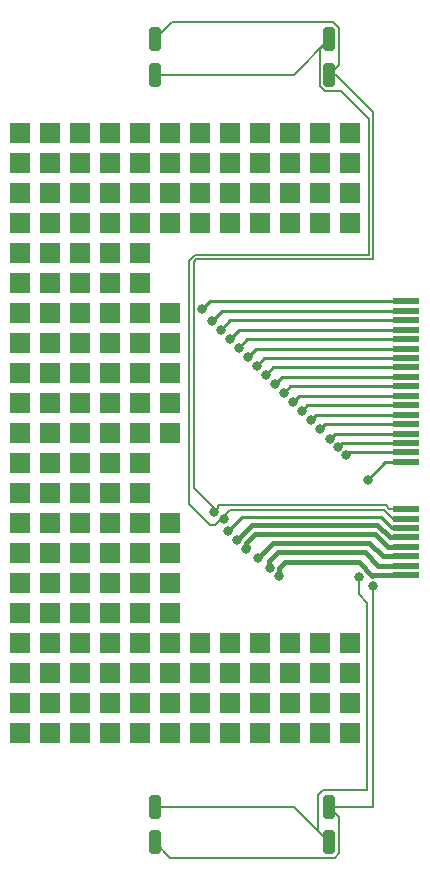
<source format=gbl>
%TF.GenerationSoftware,KiCad,Pcbnew,8.0.4*%
%TF.CreationDate,2025-03-13T20:49:44+01:00*%
%TF.ProjectId,uconsole-expansion-card-template.kicad_pcb_2.54,75636f6e-736f-46c6-952d-657870616e73,0.1*%
%TF.SameCoordinates,Original*%
%TF.FileFunction,Copper,L2,Bot*%
%TF.FilePolarity,Positive*%
%FSLAX46Y46*%
G04 Gerber Fmt 4.6, Leading zero omitted, Abs format (unit mm)*
G04 Created by KiCad (PCBNEW 8.0.4) date 2025-03-13 20:49:44*
%MOMM*%
%LPD*%
G01*
G04 APERTURE LIST*
G04 Aperture macros list*
%AMRoundRect*
0 Rectangle with rounded corners*
0 $1 Rounding radius*
0 $2 $3 $4 $5 $6 $7 $8 $9 X,Y pos of 4 corners*
0 Add a 4 corners polygon primitive as box body*
4,1,4,$2,$3,$4,$5,$6,$7,$8,$9,$2,$3,0*
0 Add four circle primitives for the rounded corners*
1,1,$1+$1,$2,$3*
1,1,$1+$1,$4,$5*
1,1,$1+$1,$6,$7*
1,1,$1+$1,$8,$9*
0 Add four rect primitives between the rounded corners*
20,1,$1+$1,$2,$3,$4,$5,0*
20,1,$1+$1,$4,$5,$6,$7,0*
20,1,$1+$1,$6,$7,$8,$9,0*
20,1,$1+$1,$8,$9,$2,$3,0*%
G04 Aperture macros list end*
%TA.AperFunction,ComponentPad*%
%ADD10R,1.700000X1.700000*%
%TD*%
%TA.AperFunction,ConnectorPad*%
%ADD11R,2.300000X0.600000*%
%TD*%
%TA.AperFunction,ConnectorPad*%
%ADD12RoundRect,0.250000X0.250000X0.750000X-0.250000X0.750000X-0.250000X-0.750000X0.250000X-0.750000X0*%
%TD*%
%TA.AperFunction,ViaPad*%
%ADD13C,0.800000*%
%TD*%
%TA.AperFunction,Conductor*%
%ADD14C,0.200000*%
%TD*%
%TA.AperFunction,Conductor*%
%ADD15C,0.420000*%
%TD*%
%TA.AperFunction,Conductor*%
%ADD16C,0.250000*%
%TD*%
G04 APERTURE END LIST*
D10*
%TO.P,111,1*%
%TO.N,N/C*%
X83810000Y-112065000D03*
%TD*%
%TO.P,180,1*%
%TO.N,N/C*%
X111750000Y-117145000D03*
%TD*%
%TO.P,51,1*%
%TO.N,N/C*%
X101590000Y-81585000D03*
%TD*%
%TO.P,53,1*%
%TO.N,N/C*%
X106670000Y-81585000D03*
%TD*%
%TO.P,64,1*%
%TO.N,N/C*%
X91430000Y-86665000D03*
%TD*%
%TO.P,48,1*%
%TO.N,N/C*%
X93970000Y-81585000D03*
%TD*%
%TO.P,,1*%
%TO.N,N/C*%
X83810000Y-73965000D03*
%TD*%
%TO.P,147,1*%
%TO.N,N/C*%
X96510000Y-109525000D03*
%TD*%
%TO.P,81,1*%
%TO.N,N/C*%
X83810000Y-96825000D03*
%TD*%
%TO.P,50,1*%
%TO.N,N/C*%
X99050000Y-81585000D03*
%TD*%
%TO.P,12,1*%
%TO.N,N/C*%
X93970000Y-73965000D03*
%TD*%
%TO.P,171,1*%
%TO.N,N/C*%
X106670000Y-119685000D03*
%TD*%
%TO.P,102,1*%
%TO.N,N/C*%
X86350000Y-106985000D03*
%TD*%
%TO.P,33,1*%
%TO.N,N/C*%
X86350000Y-79045000D03*
%TD*%
%TO.P,88,1*%
%TO.N,N/C*%
X88890000Y-99365000D03*
%TD*%
%TO.P,43,1*%
%TO.N,N/C*%
X111750000Y-79045000D03*
%TD*%
%TO.P,95,1*%
%TO.N,N/C*%
X93970000Y-101905000D03*
%TD*%
%TO.P,19,1*%
%TO.N,N/C*%
X111750000Y-73965000D03*
%TD*%
%TO.P,10,1*%
%TO.N,N/C*%
X88890000Y-73965000D03*
%TD*%
%TO.P,16,1*%
%TO.N,N/C*%
X104130000Y-73965000D03*
%TD*%
%TO.P,97,1*%
%TO.N,N/C*%
X86350000Y-104445000D03*
%TD*%
%TO.P,126,1*%
%TO.N,N/C*%
X83810000Y-119685000D03*
%TD*%
%TO.P,113,1*%
%TO.N,N/C*%
X88890000Y-112065000D03*
%TD*%
%TO.P,116,1*%
%TO.N,N/C*%
X83810000Y-114605000D03*
%TD*%
%TO.P,58,1*%
%TO.N,N/C*%
X88890000Y-84125000D03*
%TD*%
%TO.P,57,1*%
%TO.N,N/C*%
X86350000Y-84125000D03*
%TD*%
%TO.P,139,1*%
%TO.N,N/C*%
X91430000Y-124765000D03*
%TD*%
%TO.P,44,1*%
%TO.N,N/C*%
X83810000Y-81585000D03*
%TD*%
%TO.P,117,1*%
%TO.N,N/C*%
X86350000Y-114605000D03*
%TD*%
%TO.P,61,1*%
%TO.N,N/C*%
X83810000Y-86665000D03*
%TD*%
%TO.P,56,1*%
%TO.N,N/C*%
X83810000Y-84125000D03*
%TD*%
%TO.P,86,1*%
%TO.N,N/C*%
X83810000Y-99365000D03*
%TD*%
%TO.P,173,1*%
%TO.N,N/C*%
X106670000Y-124765000D03*
%TD*%
%TO.P,156,1*%
%TO.N,N/C*%
X99050000Y-119685000D03*
%TD*%
%TO.P,118,1*%
%TO.N,N/C*%
X88890000Y-114605000D03*
%TD*%
%TO.P,138,1*%
%TO.N,N/C*%
X88890000Y-124765000D03*
%TD*%
%TO.P,85,1*%
%TO.N,N/C*%
X93970000Y-96825000D03*
%TD*%
%TO.P,62,1*%
%TO.N,N/C*%
X86350000Y-86665000D03*
%TD*%
%TO.P,93,1*%
%TO.N,N/C*%
X88890000Y-101905000D03*
%TD*%
%TO.P,136,1*%
%TO.N,N/C*%
X83810000Y-124765000D03*
%TD*%
%TO.P,176,1*%
%TO.N,N/C*%
X109210000Y-119685000D03*
%TD*%
%TO.P,23,1*%
%TO.N,N/C*%
X91430000Y-76505000D03*
%TD*%
%TO.P,108,1*%
%TO.N,N/C*%
X88890000Y-109525000D03*
%TD*%
%TO.P,63,1*%
%TO.N,N/C*%
X88890000Y-86665000D03*
%TD*%
%TO.P,182,1*%
%TO.N,N/C*%
X111750000Y-122225000D03*
%TD*%
%TO.P,67,1*%
%TO.N,N/C*%
X86350000Y-89205000D03*
%TD*%
%TO.P,177,1*%
%TO.N,N/C*%
X109210000Y-122225000D03*
%TD*%
%TO.P,168,1*%
%TO.N,N/C*%
X104130000Y-124765000D03*
%TD*%
%TO.P,89,1*%
%TO.N,N/C*%
X91430000Y-99365000D03*
%TD*%
%TO.P,30,1*%
%TO.N,N/C*%
X109210000Y-76505000D03*
%TD*%
%TO.P,165,1*%
%TO.N,N/C*%
X104130000Y-117145000D03*
%TD*%
%TO.P,148,1*%
%TO.N,N/C*%
X96510000Y-112065000D03*
%TD*%
%TO.P,119,1*%
%TO.N,N/C*%
X91430000Y-114605000D03*
%TD*%
%TO.P,153,1*%
%TO.N,N/C*%
X96510000Y-124765000D03*
%TD*%
%TO.P,20,1*%
%TO.N,N/C*%
X83810000Y-76505000D03*
%TD*%
%TO.P,42,1*%
%TO.N,N/C*%
X109210000Y-79045000D03*
%TD*%
%TO.P,79,1*%
%TO.N,N/C*%
X91430000Y-94285000D03*
%TD*%
%TO.P,65,1*%
%TO.N,N/C*%
X93970000Y-86665000D03*
%TD*%
%TO.P,13,1*%
%TO.N,N/C*%
X96510000Y-73965000D03*
%TD*%
%TO.P,144,1*%
%TO.N,N/C*%
X96510000Y-91745000D03*
%TD*%
%TO.P,106,1*%
%TO.N,N/C*%
X83810000Y-109525000D03*
%TD*%
%TO.P,36,1*%
%TO.N,N/C*%
X93970000Y-79045000D03*
%TD*%
%TO.P,99,1*%
%TO.N,N/C*%
X91430000Y-104445000D03*
%TD*%
%TO.P,137,1*%
%TO.N,N/C*%
X86350000Y-124765000D03*
%TD*%
%TO.P,71,1*%
%TO.N,N/C*%
X83810000Y-91745000D03*
%TD*%
%TO.P,123,1*%
%TO.N,N/C*%
X88890000Y-117145000D03*
%TD*%
%TO.P,14,1*%
%TO.N,N/C*%
X99050000Y-73965000D03*
%TD*%
%TO.P,105,1*%
%TO.N,N/C*%
X93970000Y-106985000D03*
%TD*%
%TO.P,46,1*%
%TO.N,N/C*%
X88890000Y-81585000D03*
%TD*%
%TO.P,15,1*%
%TO.N,N/C*%
X101590000Y-73965000D03*
%TD*%
%TO.P,68,1*%
%TO.N,N/C*%
X88890000Y-89205000D03*
%TD*%
%TO.P,167,1*%
%TO.N,N/C*%
X104130000Y-122225000D03*
%TD*%
%TO.P,76,1*%
%TO.N,N/C*%
X83810000Y-94285000D03*
%TD*%
%TO.P,80,1*%
%TO.N,N/C*%
X93970000Y-94285000D03*
%TD*%
%TO.P,91,1*%
%TO.N,N/C*%
X83810000Y-101905000D03*
%TD*%
%TO.P,160,1*%
%TO.N,N/C*%
X101590000Y-117145000D03*
%TD*%
%TO.P,98,1*%
%TO.N,N/C*%
X88890000Y-104445000D03*
%TD*%
%TO.P,154,1*%
%TO.N,N/C*%
X96510000Y-96825000D03*
%TD*%
%TO.P,155,1*%
%TO.N,N/C*%
X99050000Y-117145000D03*
%TD*%
%TO.P,129,1*%
%TO.N,N/C*%
X91430000Y-119685000D03*
%TD*%
%TO.P,151,1*%
%TO.N,N/C*%
X96510000Y-119685000D03*
%TD*%
%TO.P,115,1*%
%TO.N,N/C*%
X93970000Y-112065000D03*
%TD*%
%TO.P,130,1*%
%TO.N,N/C*%
X93970000Y-119685000D03*
%TD*%
%TO.P,125,1*%
%TO.N,N/C*%
X93970000Y-117145000D03*
%TD*%
%TO.P,159,1*%
%TO.N,N/C*%
X96510000Y-99365000D03*
%TD*%
%TO.P,22,1*%
%TO.N,N/C*%
X88890000Y-76505000D03*
%TD*%
%TO.P,84,1*%
%TO.N,N/C*%
X91430000Y-96825000D03*
%TD*%
%TO.P,87,1*%
%TO.N,N/C*%
X86350000Y-99365000D03*
%TD*%
%TO.P,134,1*%
%TO.N,N/C*%
X91430000Y-122225000D03*
%TD*%
%TO.P,128,1*%
%TO.N,N/C*%
X88890000Y-119685000D03*
%TD*%
%TO.P,21,1*%
%TO.N,N/C*%
X86350000Y-76505000D03*
%TD*%
%TO.P,158,1*%
%TO.N,N/C*%
X99050000Y-124765000D03*
%TD*%
%TO.P,183,1*%
%TO.N,N/C*%
X111750000Y-124765000D03*
%TD*%
%TO.P,100,1*%
%TO.N,N/C*%
X93970000Y-104445000D03*
%TD*%
%TO.P,133,1*%
%TO.N,N/C*%
X88890000Y-122225000D03*
%TD*%
%TO.P,181,1*%
%TO.N,N/C*%
X111750000Y-119685000D03*
%TD*%
%TO.P,131,1*%
%TO.N,N/C*%
X83810000Y-122225000D03*
%TD*%
%TO.P,9,1*%
%TO.N,N/C*%
X86350000Y-73965000D03*
%TD*%
%TO.P,132,1*%
%TO.N,N/C*%
X86350000Y-122225000D03*
%TD*%
%TO.P,35,1*%
%TO.N,N/C*%
X91430000Y-79045000D03*
%TD*%
D11*
%TO.P,U1,2,5V*%
%TO.N,+5V*%
X116485000Y-111380000D03*
%TO.P,U1,4,5V*%
X116485000Y-110580000D03*
%TO.P,U1,6,5V*%
X116485000Y-109780000D03*
%TO.P,U1,8,5V*%
X116485000Y-108980000D03*
%TO.P,U1,10,5V*%
X116485000Y-108180000D03*
%TO.P,U1,12,GND*%
%TO.N,GND*%
X116485000Y-107380000D03*
%TO.P,U1,14,SPK_RP*%
%TO.N,/SPEAKER_RP*%
X116485000Y-106580000D03*
%TO.P,U1,16,SPK_RN*%
%TO.N,/SPEAKER_RN*%
X116485000Y-105780000D03*
%TO.P,U1,18,GPIO28*%
%TO.N,/GPIO28*%
X116485000Y-101780000D03*
%TO.P,U1,20,GPIO29*%
%TO.N,/GPIO29*%
X116485000Y-100980000D03*
%TO.P,U1,22,GPIO30*%
%TO.N,/GPIO30*%
X116485000Y-100180000D03*
%TO.P,U1,24,GPIO31*%
%TO.N,/GPIO31*%
X116485000Y-99380000D03*
%TO.P,U1,26,GPIO32*%
%TO.N,/GPIO32*%
X116485000Y-98580000D03*
%TO.P,U1,28,GPIO33*%
%TO.N,/GPIO33*%
X116485000Y-97780000D03*
%TO.P,U1,30,GPIO34*%
%TO.N,/GPIO34*%
X116485000Y-96980000D03*
%TO.P,U1,32,GPIO35*%
%TO.N,/GPIO35*%
X116485000Y-96180000D03*
%TO.P,U1,34,GPIO36*%
%TO.N,/GPIO36*%
X116485000Y-95380000D03*
%TO.P,U1,36,GPIO37*%
%TO.N,/GPIO37*%
X116485000Y-94580000D03*
%TO.P,U1,38,GPIO38*%
%TO.N,/GPIO38*%
X116485000Y-93780000D03*
%TO.P,U1,40,GPIO39*%
%TO.N,/GPIO39*%
X116485000Y-92980000D03*
%TO.P,U1,42,GPIO40*%
%TO.N,/GPIO40*%
X116485000Y-92180000D03*
%TO.P,U1,44,GPIO41*%
%TO.N,/GPIO41*%
X116485000Y-91380000D03*
%TO.P,U1,46,GPIO42*%
%TO.N,/GPIO42*%
X116485000Y-90580000D03*
%TO.P,U1,48,GPIO43*%
%TO.N,/GPIO43*%
X116485000Y-89780000D03*
%TO.P,U1,50,GPIO44*%
%TO.N,/GPIO44*%
X116485000Y-88980000D03*
%TO.P,U1,52,GPIO45*%
%TO.N,/GPIO45*%
X116485000Y-88180000D03*
%TD*%
D10*
%TO.P,55,1*%
%TO.N,N/C*%
X111750000Y-81585000D03*
%TD*%
%TO.P,127,1*%
%TO.N,N/C*%
X86350000Y-119685000D03*
%TD*%
%TO.P,78,1*%
%TO.N,N/C*%
X88890000Y-94285000D03*
%TD*%
%TO.P,59,1*%
%TO.N,N/C*%
X91430000Y-84125000D03*
%TD*%
%TO.P,40,1*%
%TO.N,N/C*%
X104130000Y-79045000D03*
%TD*%
%TO.P,54,1*%
%TO.N,N/C*%
X109210000Y-81585000D03*
%TD*%
%TO.P,25,1*%
%TO.N,N/C*%
X96510000Y-76505000D03*
%TD*%
%TO.P,24,1*%
%TO.N,N/C*%
X93970000Y-76505000D03*
%TD*%
%TO.P,28,1*%
%TO.N,N/C*%
X104130000Y-76505000D03*
%TD*%
%TO.P,109,1*%
%TO.N,N/C*%
X91430000Y-109525000D03*
%TD*%
%TO.P,152,1*%
%TO.N,N/C*%
X96510000Y-122225000D03*
%TD*%
%TO.P,92,1*%
%TO.N,N/C*%
X86350000Y-101905000D03*
%TD*%
%TO.P,11,1*%
%TO.N,N/C*%
X91430000Y-73965000D03*
%TD*%
%TO.P,77,1*%
%TO.N,N/C*%
X86350000Y-94285000D03*
%TD*%
%TO.P,114,1*%
%TO.N,N/C*%
X91430000Y-112065000D03*
%TD*%
%TO.P,94,1*%
%TO.N,N/C*%
X91430000Y-101905000D03*
%TD*%
%TO.P,143,1*%
%TO.N,N/C*%
X96510000Y-89205000D03*
%TD*%
%TO.P,170,1*%
%TO.N,N/C*%
X106670000Y-117145000D03*
%TD*%
%TO.P,66,1*%
%TO.N,N/C*%
X83810000Y-89205000D03*
%TD*%
%TO.P,175,1*%
%TO.N,N/C*%
X109210000Y-117145000D03*
%TD*%
%TO.P,178,1*%
%TO.N,N/C*%
X109210000Y-124765000D03*
%TD*%
%TO.P,90,1*%
%TO.N,N/C*%
X93970000Y-99365000D03*
%TD*%
%TO.P,32,1*%
%TO.N,N/C*%
X83810000Y-79045000D03*
%TD*%
%TO.P,107,1*%
%TO.N,N/C*%
X86350000Y-109525000D03*
%TD*%
%TO.P,83,1*%
%TO.N,N/C*%
X88890000Y-96825000D03*
%TD*%
%TO.P,112,1*%
%TO.N,N/C*%
X86350000Y-112065000D03*
%TD*%
%TO.P,146,1*%
%TO.N,N/C*%
X96510000Y-106985000D03*
%TD*%
%TO.P,122,1*%
%TO.N,N/C*%
X86350000Y-117145000D03*
%TD*%
%TO.P,166,1*%
%TO.N,N/C*%
X104130000Y-119685000D03*
%TD*%
%TO.P,49,1*%
%TO.N,N/C*%
X96510000Y-81585000D03*
%TD*%
%TO.P,38,1*%
%TO.N,N/C*%
X99050000Y-79045000D03*
%TD*%
%TO.P,124,1*%
%TO.N,N/C*%
X91430000Y-117145000D03*
%TD*%
%TO.P,162,1*%
%TO.N,N/C*%
X101590000Y-122225000D03*
%TD*%
%TO.P,145,1*%
%TO.N,N/C*%
X96510000Y-94285000D03*
%TD*%
%TO.P,110,1*%
%TO.N,N/C*%
X93970000Y-109525000D03*
%TD*%
%TO.P,140,1*%
%TO.N,N/C*%
X93970000Y-124765000D03*
%TD*%
%TO.P,82,1*%
%TO.N,N/C*%
X86350000Y-96825000D03*
%TD*%
%TO.P,73,1*%
%TO.N,N/C*%
X88890000Y-91745000D03*
%TD*%
%TO.P,74,1*%
%TO.N,N/C*%
X91430000Y-91745000D03*
%TD*%
%TO.P,101,1*%
%TO.N,N/C*%
X83810000Y-106985000D03*
%TD*%
%TO.P,75,1*%
%TO.N,N/C*%
X93970000Y-91745000D03*
%TD*%
%TO.P,34,1*%
%TO.N,N/C*%
X88890000Y-79045000D03*
%TD*%
%TO.P,41,1*%
%TO.N,N/C*%
X106670000Y-79045000D03*
%TD*%
%TO.P,135,1*%
%TO.N,N/C*%
X93970000Y-122225000D03*
%TD*%
%TO.P,157,1*%
%TO.N,N/C*%
X99050000Y-122225000D03*
%TD*%
%TO.P,96,1*%
%TO.N,N/C*%
X83810000Y-104445000D03*
%TD*%
%TO.P,26,1*%
%TO.N,N/C*%
X99050000Y-76505000D03*
%TD*%
%TO.P,52,1*%
%TO.N,N/C*%
X104130000Y-81585000D03*
%TD*%
%TO.P,161,1*%
%TO.N,N/C*%
X101590000Y-119685000D03*
%TD*%
%TO.P,47,1*%
%TO.N,N/C*%
X91430000Y-81585000D03*
%TD*%
%TO.P,69,1*%
%TO.N,N/C*%
X91430000Y-89205000D03*
%TD*%
%TO.P,31,1*%
%TO.N,N/C*%
X111750000Y-76505000D03*
%TD*%
%TO.P,150,1*%
%TO.N,N/C*%
X96510000Y-117145000D03*
%TD*%
%TO.P,149,1*%
%TO.N,N/C*%
X96510000Y-114605000D03*
%TD*%
%TO.P,27,1*%
%TO.N,N/C*%
X101590000Y-76505000D03*
%TD*%
%TO.P,45,1*%
%TO.N,N/C*%
X86350000Y-81585000D03*
%TD*%
%TO.P,70,1*%
%TO.N,N/C*%
X93970000Y-89205000D03*
%TD*%
%TO.P,60,1*%
%TO.N,N/C*%
X93970000Y-84125000D03*
%TD*%
%TO.P,39,1*%
%TO.N,N/C*%
X101590000Y-79045000D03*
%TD*%
%TO.P,37,1*%
%TO.N,N/C*%
X96510000Y-79045000D03*
%TD*%
%TO.P,121,1*%
%TO.N,N/C*%
X83810000Y-117145000D03*
%TD*%
%TO.P,18,1*%
%TO.N,N/C*%
X109210000Y-73965000D03*
%TD*%
%TO.P,104,1*%
%TO.N,N/C*%
X91430000Y-106985000D03*
%TD*%
%TO.P,72,1*%
%TO.N,N/C*%
X86350000Y-91745000D03*
%TD*%
%TO.P,163,1*%
%TO.N,N/C*%
X101590000Y-124765000D03*
%TD*%
%TO.P,29,1*%
%TO.N,N/C*%
X106670000Y-76505000D03*
%TD*%
%TO.P,172,1*%
%TO.N,N/C*%
X106670000Y-122225000D03*
%TD*%
%TO.P,103,1*%
%TO.N,N/C*%
X88890000Y-106985000D03*
%TD*%
%TO.P,17,1*%
%TO.N,N/C*%
X106670000Y-73965000D03*
%TD*%
%TO.P,120,1*%
%TO.N,N/C*%
X93970000Y-114605000D03*
%TD*%
D12*
%TO.P,U3,1,P1*%
%TO.N,/SPEAKER_LP*%
X109965000Y-131000000D03*
%TO.P,U3,2,N1*%
%TO.N,/SPEAKER_LN*%
X109965000Y-134000000D03*
%TO.P,U3,3,P2*%
%TO.N,/SPEAKER_LP*%
X95195000Y-134000000D03*
%TO.P,U3,4,N2*%
%TO.N,/SPEAKER_LN*%
X95195000Y-131000000D03*
%TD*%
%TO.P,U2,1,P1*%
%TO.N,/SPEAKER_RP*%
X109965000Y-66000000D03*
%TO.P,U2,2,N1*%
%TO.N,/SPEAKER_RN*%
X109965000Y-69000000D03*
%TO.P,U2,3,P2*%
%TO.N,/SPEAKER_RP*%
X95195000Y-69000000D03*
%TO.P,U2,4,N2*%
%TO.N,/SPEAKER_RN*%
X95195000Y-66000000D03*
%TD*%
D13*
%TO.N,/SPEAKER_LP*%
X113686909Y-112281467D03*
%TO.N,/SPEAKER_LN*%
X112446000Y-111556996D03*
%TO.N,+5V*%
X104952998Y-110794996D03*
X105742005Y-111429986D03*
X103937000Y-109906000D03*
X102948008Y-109144000D03*
X102185988Y-108382006D03*
%TO.N,GND*%
X101424001Y-107620001D03*
%TO.N,/GPIO28*%
X113208000Y-103302000D03*
%TO.N,/GPIO29*%
X111377498Y-101191448D03*
%TO.N,/GPIO30*%
X110705745Y-100519695D03*
%TO.N,/GPIO31*%
X110041965Y-99802103D03*
%TO.N,/GPIO32*%
X109172455Y-99002958D03*
%TO.N,/GPIO33*%
X108382000Y-98221994D03*
%TO.N,/GPIO34*%
X107620000Y-97460000D03*
%TO.N,/GPIO35*%
X106858000Y-96698000D03*
%TO.N,/GPIO36*%
X106096000Y-95936000D03*
%TO.N,/GPIO37*%
X105334000Y-95174000D03*
%TO.N,/GPIO38*%
X104572000Y-94412000D03*
%TO.N,/GPIO39*%
X103810000Y-93650000D03*
%TO.N,/GPIO40*%
X103048000Y-92888000D03*
%TO.N,/GPIO41*%
X102286000Y-92126000D03*
%TO.N,/GPIO42*%
X101524000Y-91364000D03*
%TO.N,/GPIO43*%
X100762000Y-90602000D03*
%TO.N,/GPIO44*%
X100000000Y-89840000D03*
%TO.N,/GPIO45*%
X99210460Y-88851540D03*
%TO.N,/SPEAKER_RN*%
X100181819Y-106046179D03*
%TO.N,/SPEAKER_RP*%
X101070008Y-106610457D03*
%TD*%
D14*
%TO.N,/SPEAKER_LP*%
X96501000Y-135306000D02*
X95195000Y-134000000D01*
X113686909Y-113194909D02*
X113686909Y-112281467D01*
X113700000Y-113208000D02*
X113686909Y-113194909D01*
X109965000Y-131000000D02*
X110795000Y-131830000D01*
X109965000Y-131000000D02*
X113700000Y-131000000D01*
X110414000Y-135306000D02*
X96501000Y-135306000D01*
X113700000Y-113208000D02*
X113700000Y-113034760D01*
X110795000Y-134925000D02*
X110414000Y-135306000D01*
X113700000Y-131000000D02*
X113700000Y-113208000D01*
X110795000Y-131830000D02*
X110795000Y-134925000D01*
%TO.N,/SPEAKER_LN*%
X112446000Y-112969239D02*
X112446000Y-111556996D01*
X109017000Y-129972000D02*
X109398000Y-129591000D01*
X109965000Y-134000000D02*
X109017000Y-133052000D01*
X113192761Y-113716000D02*
X112446000Y-112969239D01*
X109017000Y-133052000D02*
X109017000Y-129972000D01*
X109398000Y-129591000D02*
X113192761Y-129591000D01*
X113192761Y-129591000D02*
X113192761Y-113716000D01*
X109965000Y-134000000D02*
X106965000Y-131000000D01*
X106965000Y-131000000D02*
X95195000Y-131000000D01*
D15*
%TO.N,+5V*%
X113843000Y-107874000D02*
X103683000Y-107874000D01*
X114479000Y-109780000D02*
X113335000Y-108636000D01*
X116485000Y-109780000D02*
X114479000Y-109780000D01*
X103456006Y-107112000D02*
X102186000Y-108382006D01*
X114047000Y-107112000D02*
X103456006Y-107112000D01*
X114136000Y-110580000D02*
X112954000Y-109398000D01*
X105742005Y-110767995D02*
X105742005Y-111429986D01*
X116485000Y-110580000D02*
X114136000Y-110580000D01*
X105588000Y-109398000D02*
X104826000Y-110160000D01*
X106223000Y-110287000D02*
X105742005Y-110767995D01*
X116485000Y-108180000D02*
X115115000Y-108180000D01*
X113335000Y-108636000D02*
X105207000Y-108636000D01*
X102948008Y-108608992D02*
X102948008Y-109144000D01*
X114949000Y-108980000D02*
X113843000Y-107874000D01*
X116485000Y-108980000D02*
X114949000Y-108980000D01*
X103683000Y-107874000D02*
X102948008Y-108608992D01*
X116485000Y-111380000D02*
X113639000Y-111380000D01*
X116485000Y-108980000D02*
X116448000Y-109017000D01*
X104826000Y-110160000D02*
X104826000Y-110667998D01*
X105207000Y-108636000D02*
X103937000Y-109906000D01*
X113639000Y-111380000D02*
X113589000Y-111430000D01*
X103075000Y-109017000D02*
X102948000Y-109144000D01*
X115115000Y-108180000D02*
X114047000Y-107112000D01*
X113589000Y-111430000D02*
X112446000Y-110287000D01*
X112446000Y-110287000D02*
X106223000Y-110287000D01*
X104826000Y-110667998D02*
X104952998Y-110794996D01*
X112954000Y-109398000D02*
X105588000Y-109398000D01*
D16*
%TO.N,GND*%
X115285000Y-107380000D02*
X114382000Y-106477000D01*
X116485000Y-107380000D02*
X115285000Y-107380000D01*
X114382000Y-106477000D02*
X102567000Y-106477000D01*
X102567000Y-106477000D02*
X101424000Y-107620000D01*
%TO.N,/GPIO28*%
X116485000Y-101780000D02*
X114730000Y-101780000D01*
X114730000Y-101780000D02*
X113208000Y-103302000D01*
%TO.N,/GPIO29*%
X111588946Y-100980000D02*
X111377498Y-101191448D01*
X116485000Y-100980000D02*
X111588946Y-100980000D01*
%TO.N,/GPIO30*%
X111045440Y-100180000D02*
X110705745Y-100519695D01*
X116485000Y-100180000D02*
X111045440Y-100180000D01*
%TO.N,/GPIO31*%
X116485000Y-99380000D02*
X110464068Y-99380000D01*
X110464068Y-99380000D02*
X110041965Y-99802103D01*
%TO.N,/GPIO32*%
X116485000Y-98580000D02*
X109595413Y-98580000D01*
X109595413Y-98580000D02*
X109172455Y-99002958D01*
%TO.N,/GPIO33*%
X116485000Y-97780000D02*
X108823994Y-97780000D01*
X108823994Y-97780000D02*
X108382000Y-98221994D01*
%TO.N,/GPIO34*%
X116485000Y-96980000D02*
X108100000Y-96980000D01*
X108100000Y-96980000D02*
X107620000Y-97460000D01*
%TO.N,/GPIO35*%
X107376000Y-96180000D02*
X106858000Y-96698000D01*
X116485000Y-96180000D02*
X107376000Y-96180000D01*
%TO.N,/GPIO36*%
X116485000Y-95380000D02*
X106652000Y-95380000D01*
X106652000Y-95380000D02*
X106096000Y-95936000D01*
%TO.N,/GPIO37*%
X116485000Y-94580000D02*
X105928000Y-94580000D01*
X105928000Y-94580000D02*
X105334000Y-95174000D01*
%TO.N,/GPIO38*%
X105204000Y-93780000D02*
X104572000Y-94412000D01*
X116485000Y-93780000D02*
X105204000Y-93780000D01*
%TO.N,/GPIO39*%
X104480000Y-92980000D02*
X103810000Y-93650000D01*
X116485000Y-92980000D02*
X104480000Y-92980000D01*
%TO.N,/GPIO40*%
X116485000Y-92180000D02*
X103756000Y-92180000D01*
X103756000Y-92180000D02*
X103048000Y-92888000D01*
%TO.N,/GPIO41*%
X116485000Y-91380000D02*
X103032000Y-91380000D01*
X103032000Y-91380000D02*
X102286000Y-92126000D01*
%TO.N,/GPIO42*%
X102308000Y-90580000D02*
X101524000Y-91364000D01*
X116485000Y-90580000D02*
X102308000Y-90580000D01*
%TO.N,/GPIO43*%
X116485000Y-89780000D02*
X101584000Y-89780000D01*
X101584000Y-89780000D02*
X100762000Y-90602000D01*
%TO.N,/GPIO44*%
X100860000Y-88980000D02*
X100000000Y-89840000D01*
X116485000Y-88980000D02*
X100860000Y-88980000D01*
%TO.N,/GPIO45*%
X99882000Y-88180000D02*
X99210460Y-88851540D01*
X116485000Y-88180000D02*
X99882000Y-88180000D01*
D14*
%TO.N,/SPEAKER_RN*%
X98476000Y-104002000D02*
X100254000Y-105780000D01*
X110795000Y-65075000D02*
X110287000Y-64567000D01*
X98716974Y-84633000D02*
X98476000Y-84873974D01*
X110795000Y-68170000D02*
X110795000Y-65075000D01*
X113685000Y-72156000D02*
X113685000Y-84633000D01*
X109965000Y-69000000D02*
X110529000Y-69000000D01*
X116485000Y-105780000D02*
X115051000Y-105780000D01*
X110529000Y-69000000D02*
X113685000Y-72156000D01*
X113685000Y-84633000D02*
X98716974Y-84633000D01*
X100573000Y-105654998D02*
X100181819Y-106046179D01*
X110287000Y-64567000D02*
X96628000Y-64567000D01*
X100573000Y-105461000D02*
X100573000Y-105654998D01*
X98476000Y-84873974D02*
X98476000Y-104002000D01*
X109965000Y-69000000D02*
X110795000Y-68170000D01*
X96628000Y-64567000D02*
X95195000Y-66000000D01*
X114732000Y-105461000D02*
X100573000Y-105461000D01*
X115051000Y-105780000D02*
X114732000Y-105461000D01*
%TO.N,/SPEAKER_RP*%
X109592483Y-70409000D02*
X110986000Y-70409000D01*
X109965000Y-66000000D02*
X109144000Y-66821000D01*
X100267465Y-107127000D02*
X101552465Y-105842000D01*
X110986000Y-70409000D02*
X113335000Y-72758000D01*
X98095000Y-84760000D02*
X98095000Y-105308600D01*
X109144000Y-66821000D02*
X109144000Y-69960517D01*
X113335000Y-72758000D02*
X113335000Y-84252000D01*
X113335000Y-84252000D02*
X98603000Y-84252000D01*
X98095000Y-105308600D02*
X99913400Y-107127000D01*
X106965000Y-69000000D02*
X95195000Y-69000000D01*
X101552465Y-105842000D02*
X114597000Y-105842000D01*
X98603000Y-84252000D02*
X98095000Y-84760000D01*
X114597000Y-105842000D02*
X115335000Y-106580000D01*
X99913400Y-107127000D02*
X100267465Y-107127000D01*
X115335000Y-106580000D02*
X116485000Y-106580000D01*
X109965000Y-66000000D02*
X106965000Y-69000000D01*
X109144000Y-69960517D02*
X109592483Y-70409000D01*
%TD*%
M02*

</source>
